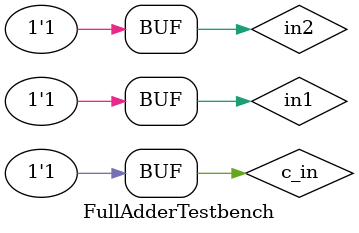
<source format=v>
`timescale 1ns / 1ps

/*
    Assignment Number: 1
    Problem Number: 1 Ripple Carry Adder
    Semester Number: 5
    Group Number: 1 
    Group Members: Animesh Jha(19CS10070), Nisarg Upadhyaya (19CS30031)
*/
////////////////////////////////////////////////////////////////////////////////

module FullAdderTestbench;

	// Inputs
	reg in1;
	reg in2;
	reg c_in;

	// Outputs
	wire sum;
	wire c_out;

	// Instantiate the Unit Under Test (UUT)
	FullAdder uut (
		.in1(in1), 
		.in2(in2), 
		.c_in(c_in), 
		.sum(sum), 
		.c_out(c_out)
	);

	initial begin
		$monitor ("in1 = %d, in2 = %d, c_in = %d, sum = %d, c_out = %d", in1, in2, c_in, sum, c_out);
		// Initialize Inputs
		in1 = 0; in2 = 0; c_in = 0;
		#100;
		in1 = 0; in2 = 0; c_in = 1;
		#100;
		in1 = 0; in2 = 1; c_in = 0;
		#100;
		in1 = 0; in2 = 1; c_in = 1;
		#100;
		in1 = 1; in2 = 0; c_in = 0;
		#100;
		in1 = 1; in2 = 0; c_in = 1;
		#100;
		in1 = 1; in2 = 1; c_in = 0;
		#100;
		in1 = 1; in2 = 1; c_in = 1;
	end
      
endmodule


</source>
